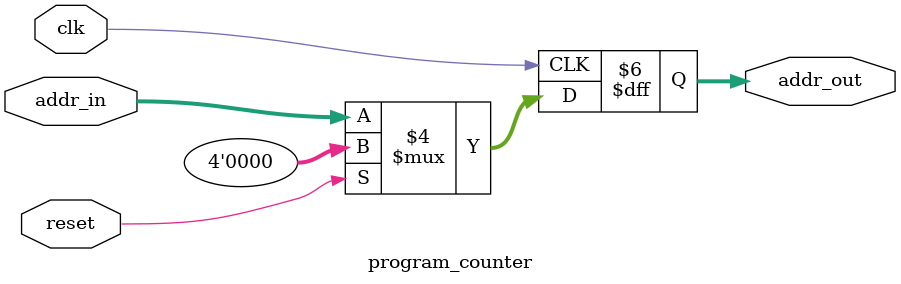
<source format=v>

    
//////////////////////////////////////////////////////////////////////////////////

module program_counter(input reset, input clk, input[3:0] addr_in, output reg[3:0] addr_out);
    always @(posedge clk) begin
        if (reset == 1) begin
            addr_out <= 0;
        end else begin
            addr_out <= addr_in;
        end
    end
endmodule
</source>
